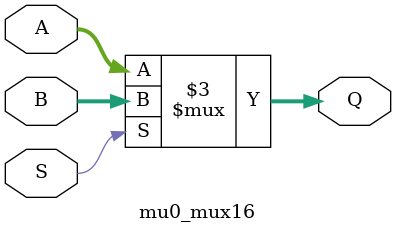
<source format=v>

`timescale 1ns/100ps

// for simulation purposes, do not delete
`default_nettype none

// module definition

module mu0_mux16(input  wire  [15:0] A,
	             input  wire  [15:0] B,
			     input  wire         S,
			     output reg  [15:0]  Q);


// Combinatorial logic for 2to1 multiplexor
// S is select, A channel0, B channel1

always @ (A or B or S) begin
	if (S)
		Q = B;
	else
		Q = A;

end

endmodule

// for simulation purposes, do not delete
`default_nettype wire

</source>
